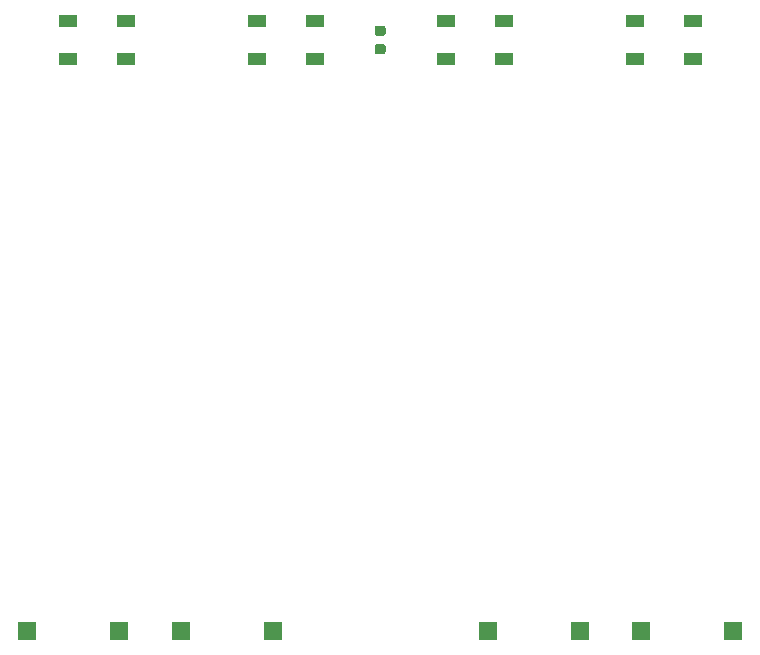
<source format=gbp>
%TF.GenerationSoftware,KiCad,Pcbnew,(5.1.6)-1*%
%TF.CreationDate,2021-03-27T23:39:17-04:00*%
%TF.ProjectId,sharptag,73686172-7074-4616-972e-6b696361645f,rev?*%
%TF.SameCoordinates,Original*%
%TF.FileFunction,Paste,Bot*%
%TF.FilePolarity,Positive*%
%FSLAX46Y46*%
G04 Gerber Fmt 4.6, Leading zero omitted, Abs format (unit mm)*
G04 Created by KiCad (PCBNEW (5.1.6)-1) date 2021-03-27 23:39:17*
%MOMM*%
%LPD*%
G01*
G04 APERTURE LIST*
%ADD10R,1.500000X1.500000*%
%ADD11R,1.500000X1.000000*%
G04 APERTURE END LIST*
D10*
%TO.C,SW3*%
X29900000Y-27000000D03*
X22100000Y-27000000D03*
%TD*%
%TO.C,SW4*%
X9100000Y-27000000D03*
X16900000Y-27000000D03*
%TD*%
%TO.C,SW5*%
X-16900000Y-27000000D03*
X-9100000Y-27000000D03*
%TD*%
%TO.C,SW6*%
X-22100000Y-27000000D03*
X-29900000Y-27000000D03*
%TD*%
%TO.C,Q4*%
G36*
G01*
X-256250Y24225000D02*
X256250Y24225000D01*
G75*
G02*
X475000Y24006250I0J-218750D01*
G01*
X475000Y23568750D01*
G75*
G02*
X256250Y23350000I-218750J0D01*
G01*
X-256250Y23350000D01*
G75*
G02*
X-475000Y23568750I0J218750D01*
G01*
X-475000Y24006250D01*
G75*
G02*
X-256250Y24225000I218750J0D01*
G01*
G37*
G36*
G01*
X-256250Y22650000D02*
X256250Y22650000D01*
G75*
G02*
X475000Y22431250I0J-218750D01*
G01*
X475000Y21993750D01*
G75*
G02*
X256250Y21775000I-218750J0D01*
G01*
X-256250Y21775000D01*
G75*
G02*
X-475000Y21993750I0J218750D01*
G01*
X-475000Y22431250D01*
G75*
G02*
X-256250Y22650000I218750J0D01*
G01*
G37*
%TD*%
D11*
%TO.C,D7*%
X21550000Y21400000D03*
X21550000Y24600000D03*
X26450000Y21400000D03*
X26450000Y24600000D03*
%TD*%
%TO.C,D8*%
X10450000Y24600000D03*
X10450000Y21400000D03*
X5550000Y24600000D03*
X5550000Y21400000D03*
%TD*%
%TO.C,D9*%
X-5550000Y24600000D03*
X-5550000Y21400000D03*
X-10450000Y24600000D03*
X-10450000Y21400000D03*
%TD*%
%TO.C,D10*%
X-26450000Y21400000D03*
X-26450000Y24600000D03*
X-21550000Y21400000D03*
X-21550000Y24600000D03*
%TD*%
M02*

</source>
